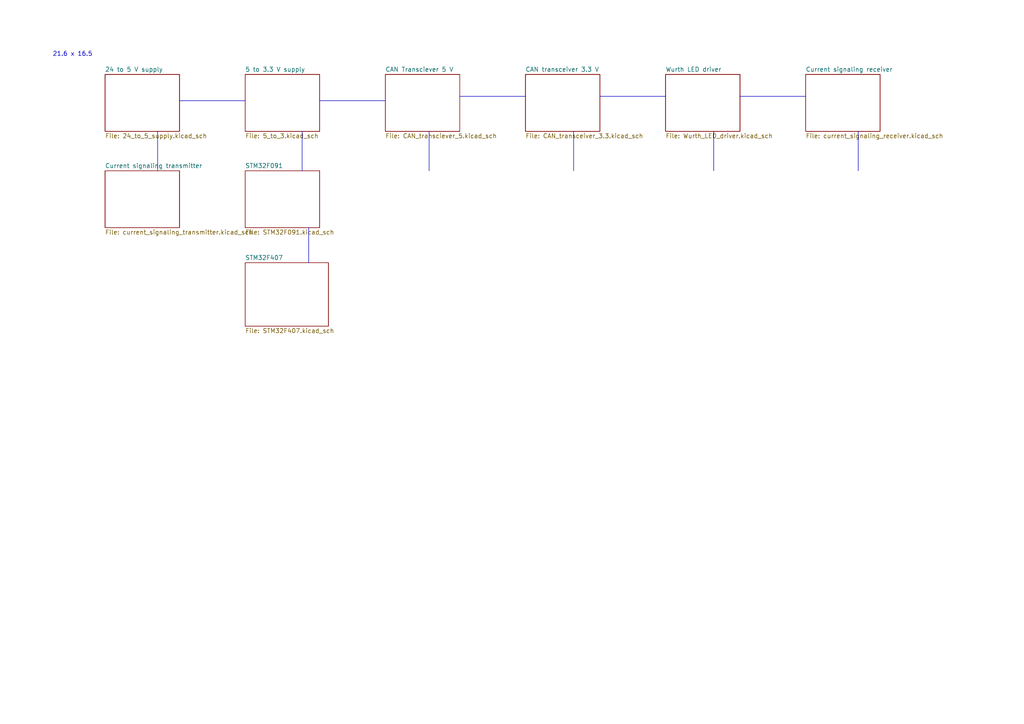
<source format=kicad_sch>
(kicad_sch
	(version 20250114)
	(generator "eeschema")
	(generator_version "9.0")
	(uuid "9805bc69-1175-4e73-a53f-b71c343de45b")
	(paper "A4")
	(title_block
		(title "Schematic Blocks")
		(date "2019-12-05")
		(rev "1.1")
		(company "KTH Formula Student")
		(comment 1 " - ")
		(comment 2 "Emil Nordahl")
		(comment 3 "emil.nordahl@kthformulastudent.se")
		(comment 4 "Top page")
	)
	(lib_symbols)
	(text "21.6 x 16.5"
		(exclude_from_sim no)
		(at 15.24 16.51 0)
		(effects
			(font
				(size 1.27 1.27)
			)
			(justify left bottom)
		)
		(uuid "8bd767c7-b337-4bf5-8093-c90dd26e3f84")
	)
	(polyline
		(pts
			(xy 173.99 27.94) (xy 193.04 27.94)
		)
		(stroke
			(width 0)
			(type default)
		)
		(uuid "12b1f318-4814-4ef6-b8d3-aa3c9b2b270e")
	)
	(polyline
		(pts
			(xy 124.46 38.1) (xy 124.46 49.53)
		)
		(stroke
			(width 0)
			(type default)
		)
		(uuid "373daba8-d71d-48a9-ac78-a397a89e1f8f")
	)
	(polyline
		(pts
			(xy 52.07 29.21) (xy 71.12 29.21)
		)
		(stroke
			(width 0)
			(type default)
		)
		(uuid "547b6515-0426-4fbd-a81f-59abb7f62aba")
	)
	(polyline
		(pts
			(xy 214.63 27.94) (xy 233.68 27.94)
		)
		(stroke
			(width 0)
			(type default)
		)
		(uuid "6aa62e5f-d97d-4be1-9118-a12918b8deac")
	)
	(polyline
		(pts
			(xy 166.37 38.1) (xy 166.37 49.53)
		)
		(stroke
			(width 0)
			(type default)
		)
		(uuid "979453ca-20f0-4a97-9adf-eaa72e69ba48")
	)
	(polyline
		(pts
			(xy 89.535 66.04) (xy 89.535 76.2)
		)
		(stroke
			(width 0)
			(type default)
		)
		(uuid "a56aa77d-dae9-49cf-8b7e-0b3d8ba443f1")
	)
	(polyline
		(pts
			(xy 92.71 29.21) (xy 111.76 29.21)
		)
		(stroke
			(width 0)
			(type default)
		)
		(uuid "b88fc66f-a1de-4d5b-a1fe-94d411ed9c58")
	)
	(polyline
		(pts
			(xy 248.92 38.1) (xy 248.92 49.53)
		)
		(stroke
			(width 0)
			(type default)
		)
		(uuid "ea30674b-8347-4a37-9dcf-81cc5a4ee38f")
	)
	(polyline
		(pts
			(xy 87.63 38.1) (xy 87.63 49.53)
		)
		(stroke
			(width 0)
			(type default)
		)
		(uuid "ec46d675-815a-48a7-bee6-83986087dd09")
	)
	(polyline
		(pts
			(xy 207.01 38.1) (xy 207.01 49.53)
		)
		(stroke
			(width 0)
			(type default)
		)
		(uuid "fc03915d-0c61-45d1-a1fd-0ef07e4b7e2f")
	)
	(polyline
		(pts
			(xy 45.72 38.1) (xy 45.72 49.53)
		)
		(stroke
			(width 0)
			(type default)
		)
		(uuid "fe1acfdf-e5b4-40dd-95cc-e74cc8ccb749")
	)
	(polyline
		(pts
			(xy 133.35 27.94) (xy 152.4 27.94)
		)
		(stroke
			(width 0)
			(type default)
		)
		(uuid "ff2dffb3-f1dd-47dd-8a69-0cbe32a3c912")
	)
	(sheet
		(at 30.48 21.59)
		(size 21.59 16.51)
		(exclude_from_sim no)
		(in_bom yes)
		(on_board yes)
		(dnp no)
		(fields_autoplaced yes)
		(stroke
			(width 0)
			(type solid)
		)
		(fill
			(color 0 0 0 0.0000)
		)
		(uuid "00000000-0000-0000-0000-00005de839b2")
		(property "Sheetname" "24 to 5 V supply"
			(at 30.48 20.8784 0)
			(effects
				(font
					(size 1.27 1.27)
				)
				(justify left bottom)
			)
		)
		(property "Sheetfile" "24_to_5_supply.kicad_sch"
			(at 30.48 38.6846 0)
			(effects
				(font
					(size 1.27 1.27)
				)
				(justify left top)
			)
		)
		(instances
			(project "blocks"
				(path "/9805bc69-1175-4e73-a53f-b71c343de45b"
					(page "2")
				)
			)
		)
	)
	(sheet
		(at 71.12 21.59)
		(size 21.59 16.51)
		(exclude_from_sim no)
		(in_bom yes)
		(on_board yes)
		(dnp no)
		(fields_autoplaced yes)
		(stroke
			(width 0)
			(type solid)
		)
		(fill
			(color 0 0 0 0.0000)
		)
		(uuid "00000000-0000-0000-0000-00005de839fc")
		(property "Sheetname" "5 to 3.3 V supply"
			(at 71.12 20.8784 0)
			(effects
				(font
					(size 1.27 1.27)
				)
				(justify left bottom)
			)
		)
		(property "Sheetfile" "5_to_3.kicad_sch"
			(at 71.12 38.6846 0)
			(effects
				(font
					(size 1.27 1.27)
				)
				(justify left top)
			)
		)
		(instances
			(project "blocks"
				(path "/9805bc69-1175-4e73-a53f-b71c343de45b"
					(page "4")
				)
			)
		)
	)
	(sheet
		(at 152.4 21.59)
		(size 21.59 16.51)
		(exclude_from_sim no)
		(in_bom yes)
		(on_board yes)
		(dnp no)
		(fields_autoplaced yes)
		(stroke
			(width 0)
			(type solid)
		)
		(fill
			(color 0 0 0 0.0000)
		)
		(uuid "00000000-0000-0000-0000-00005de83a8b")
		(property "Sheetname" "CAN transceiver 3.3 V"
			(at 152.4 20.8784 0)
			(effects
				(font
					(size 1.27 1.27)
				)
				(justify left bottom)
			)
		)
		(property "Sheetfile" "CAN_transceiver_3.3.kicad_sch"
			(at 152.4 38.6846 0)
			(effects
				(font
					(size 1.27 1.27)
				)
				(justify left top)
			)
		)
		(instances
			(project "blocks"
				(path "/9805bc69-1175-4e73-a53f-b71c343de45b"
					(page "7")
				)
			)
		)
	)
	(sheet
		(at 193.04 21.59)
		(size 21.59 16.51)
		(exclude_from_sim no)
		(in_bom yes)
		(on_board yes)
		(dnp no)
		(fields_autoplaced yes)
		(stroke
			(width 0)
			(type solid)
		)
		(fill
			(color 0 0 0 0.0000)
		)
		(uuid "00000000-0000-0000-0000-00005de83b88")
		(property "Sheetname" "Wurth LED driver"
			(at 193.04 20.8784 0)
			(effects
				(font
					(size 1.27 1.27)
				)
				(justify left bottom)
			)
		)
		(property "Sheetfile" "Wurth_LED_driver.kicad_sch"
			(at 193.04 38.6846 0)
			(effects
				(font
					(size 1.27 1.27)
				)
				(justify left top)
			)
		)
		(instances
			(project "blocks"
				(path "/9805bc69-1175-4e73-a53f-b71c343de45b"
					(page "8")
				)
			)
		)
	)
	(sheet
		(at 233.68 21.59)
		(size 21.59 16.51)
		(exclude_from_sim no)
		(in_bom yes)
		(on_board yes)
		(dnp no)
		(fields_autoplaced yes)
		(stroke
			(width 0)
			(type solid)
		)
		(fill
			(color 0 0 0 0.0000)
		)
		(uuid "00000000-0000-0000-0000-00005de842da")
		(property "Sheetname" "Current signaling receiver"
			(at 233.68 20.8784 0)
			(effects
				(font
					(size 1.27 1.27)
				)
				(justify left bottom)
			)
		)
		(property "Sheetfile" "current_signaling_receiver.kicad_sch"
			(at 233.68 38.6846 0)
			(effects
				(font
					(size 1.27 1.27)
				)
				(justify left top)
			)
		)
		(instances
			(project "blocks"
				(path "/9805bc69-1175-4e73-a53f-b71c343de45b"
					(page "9")
				)
			)
		)
	)
	(sheet
		(at 30.48 49.53)
		(size 21.59 16.51)
		(exclude_from_sim no)
		(in_bom yes)
		(on_board yes)
		(dnp no)
		(fields_autoplaced yes)
		(stroke
			(width 0)
			(type solid)
		)
		(fill
			(color 0 0 0 0.0000)
		)
		(uuid "00000000-0000-0000-0000-00005de84438")
		(property "Sheetname" "Current signaling transmitter"
			(at 30.48 48.8184 0)
			(effects
				(font
					(size 1.27 1.27)
				)
				(justify left bottom)
			)
		)
		(property "Sheetfile" "current_signaling_transmitter.kicad_sch"
			(at 30.48 66.6246 0)
			(effects
				(font
					(size 1.27 1.27)
				)
				(justify left top)
			)
		)
		(instances
			(project "blocks"
				(path "/9805bc69-1175-4e73-a53f-b71c343de45b"
					(page "3")
				)
			)
		)
	)
	(sheet
		(at 111.76 21.59)
		(size 21.59 16.51)
		(exclude_from_sim no)
		(in_bom yes)
		(on_board yes)
		(dnp no)
		(fields_autoplaced yes)
		(stroke
			(width 0)
			(type solid)
		)
		(fill
			(color 0 0 0 0.0000)
		)
		(uuid "00000000-0000-0000-0000-00005deb58f1")
		(property "Sheetname" "CAN Transciever 5 V"
			(at 111.76 20.8784 0)
			(effects
				(font
					(size 1.27 1.27)
				)
				(justify left bottom)
			)
		)
		(property "Sheetfile" "CAN_transciever_5.kicad_sch"
			(at 111.76 38.6846 0)
			(effects
				(font
					(size 1.27 1.27)
				)
				(justify left top)
			)
		)
		(instances
			(project "blocks"
				(path "/9805bc69-1175-4e73-a53f-b71c343de45b"
					(page "6")
				)
			)
		)
	)
	(sheet
		(at 71.12 49.53)
		(size 21.59 16.51)
		(exclude_from_sim no)
		(in_bom yes)
		(on_board yes)
		(dnp no)
		(fields_autoplaced yes)
		(stroke
			(width 0)
			(type solid)
		)
		(fill
			(color 0 0 0 0.0000)
		)
		(uuid "00000000-0000-0000-0000-00005fa7effd")
		(property "Sheetname" "STM32F091"
			(at 71.12 48.8184 0)
			(effects
				(font
					(size 1.27 1.27)
				)
				(justify left bottom)
			)
		)
		(property "Sheetfile" "STM32F091.kicad_sch"
			(at 71.12 66.6246 0)
			(effects
				(font
					(size 1.27 1.27)
				)
				(justify left top)
			)
		)
		(instances
			(project "blocks"
				(path "/9805bc69-1175-4e73-a53f-b71c343de45b"
					(page "5")
				)
			)
		)
	)
	(sheet
		(at 71.12 76.2)
		(size 24.13 18.415)
		(exclude_from_sim no)
		(in_bom yes)
		(on_board yes)
		(dnp no)
		(fields_autoplaced yes)
		(stroke
			(width 0.1524)
			(type solid)
		)
		(fill
			(color 0 0 0 0.0000)
		)
		(uuid "ae9c8e49-fcc9-4659-91e8-872604146140")
		(property "Sheetname" "STM32F407"
			(at 71.12 75.4884 0)
			(effects
				(font
					(size 1.27 1.27)
				)
				(justify left bottom)
			)
		)
		(property "Sheetfile" "STM32F407.kicad_sch"
			(at 71.12 95.1996 0)
			(effects
				(font
					(size 1.27 1.27)
				)
				(justify left top)
			)
		)
		(instances
			(project "blocks"
				(path "/9805bc69-1175-4e73-a53f-b71c343de45b"
					(page "10")
				)
			)
		)
	)
	(sheet_instances
		(path "/"
			(page "1")
		)
	)
	(embedded_fonts no)
)

</source>
